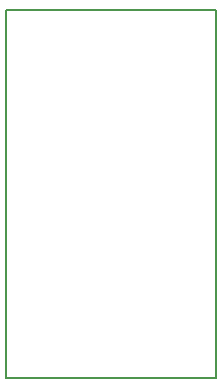
<source format=gbr>
G04 #@! TF.GenerationSoftware,KiCad,Pcbnew,(5.0.0)*
G04 #@! TF.CreationDate,2018-10-07T23:11:39+02:00*
G04 #@! TF.ProjectId,bosch_kf4_pll,626F7363685F6B66345F706C6C2E6B69,rev?*
G04 #@! TF.SameCoordinates,Original*
G04 #@! TF.FileFunction,Profile,NP*
%FSLAX46Y46*%
G04 Gerber Fmt 4.6, Leading zero omitted, Abs format (unit mm)*
G04 Created by KiCad (PCBNEW (5.0.0)) date 10/07/18 23:11:39*
%MOMM*%
%LPD*%
G01*
G04 APERTURE LIST*
%ADD10C,0.150000*%
G04 APERTURE END LIST*
D10*
X124460000Y-91757500D02*
X124460000Y-60642500D01*
X142240000Y-91757500D02*
X124460000Y-91757500D01*
X142240000Y-60642500D02*
X142240000Y-91757500D01*
X124460000Y-60642500D02*
X142240000Y-60642500D01*
M02*

</source>
